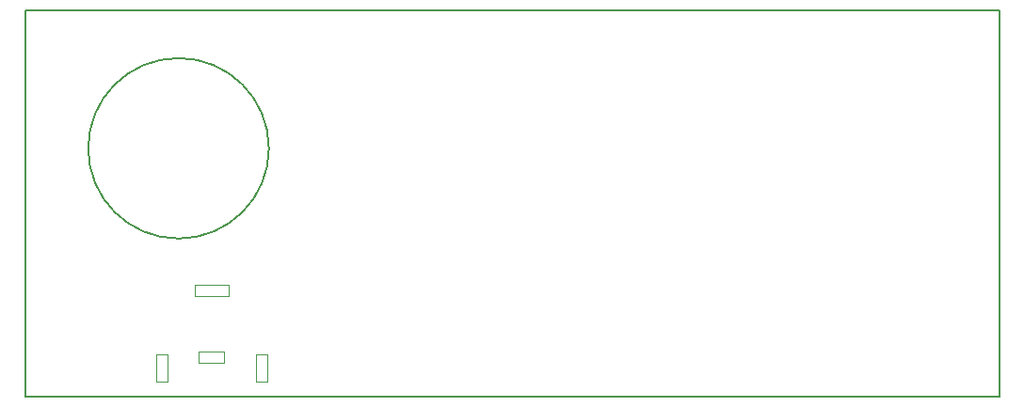
<source format=gbr>
G04 #@! TF.GenerationSoftware,KiCad,Pcbnew,(6.0.1)*
G04 #@! TF.CreationDate,2022-03-23T19:49:34+02:00*
G04 #@! TF.ProjectId,infinity-table-pcb,696e6669-6e69-4747-992d-7461626c652d,rev?*
G04 #@! TF.SameCoordinates,Original*
G04 #@! TF.FileFunction,Profile,NP*
%FSLAX46Y46*%
G04 Gerber Fmt 4.6, Leading zero omitted, Abs format (unit mm)*
G04 Created by KiCad (PCBNEW (6.0.1)) date 2022-03-23 19:49:34*
%MOMM*%
%LPD*%
G01*
G04 APERTURE LIST*
G04 #@! TA.AperFunction,Profile*
%ADD10C,0.150000*%
G04 #@! TD*
G04 #@! TA.AperFunction,Profile*
%ADD11C,0.001000*%
G04 #@! TD*
G04 APERTURE END LIST*
D10*
X66040000Y-78740000D02*
X153670000Y-78740000D01*
X153670000Y-78740000D02*
X153670000Y-113538000D01*
X66040000Y-113538000D02*
X66040000Y-78740000D01*
X87960359Y-91186000D02*
G75*
G03*
X87960359Y-91186000I-8128159J0D01*
G01*
X153670000Y-113538000D02*
X66040000Y-113538000D01*
D11*
X81304000Y-103482000D02*
X81304000Y-104482000D01*
X86804000Y-112232000D02*
X87804000Y-112232000D01*
X87804000Y-109732000D02*
X86804000Y-109732000D01*
X86804000Y-109732000D02*
X86804000Y-112232000D01*
X83954000Y-109482000D02*
X81654000Y-109482000D01*
X84304000Y-103482000D02*
X81304000Y-103482000D01*
X77804000Y-109732000D02*
X77804000Y-112232000D01*
X78804000Y-112232000D02*
X78804000Y-109732000D01*
X84304000Y-104482000D02*
X84304000Y-103482000D01*
X81654000Y-109482000D02*
X81654000Y-110482000D01*
X77804000Y-112232000D02*
X78804000Y-112232000D01*
X81304000Y-104482000D02*
X84304000Y-104482000D01*
X81654000Y-110482000D02*
X83954000Y-110482000D01*
X87804000Y-112232000D02*
X87804000Y-109732000D01*
X78804000Y-109732000D02*
X77804000Y-109732000D01*
X83954000Y-110482000D02*
X83954000Y-109482000D01*
M02*

</source>
